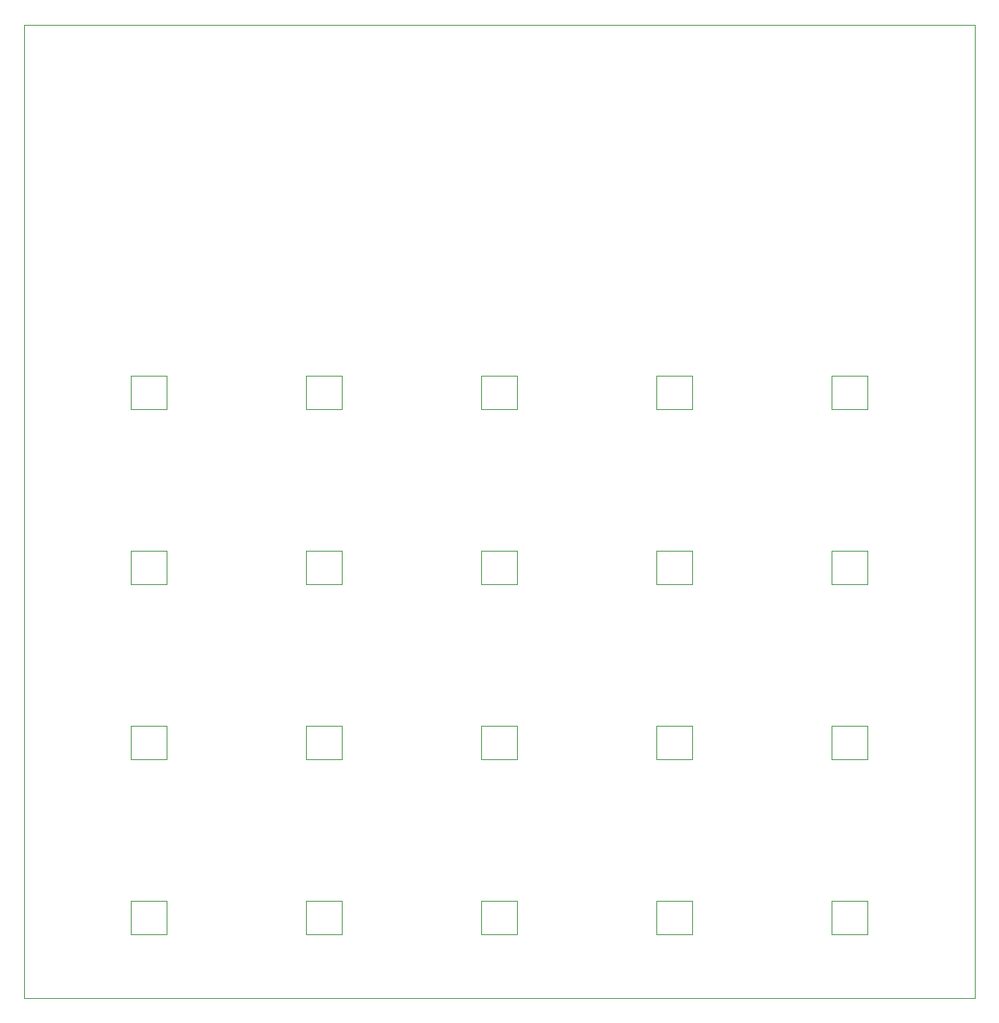
<source format=gbr>
%TF.GenerationSoftware,KiCad,Pcbnew,(6.0.4)*%
%TF.CreationDate,2022-05-20T19:43:05+02:00*%
%TF.ProjectId,MacroBoard-rounded,4d616372-6f42-46f6-9172-642d726f756e,rev?*%
%TF.SameCoordinates,Original*%
%TF.FileFunction,Profile,NP*%
%FSLAX46Y46*%
G04 Gerber Fmt 4.6, Leading zero omitted, Abs format (unit mm)*
G04 Created by KiCad (PCBNEW (6.0.4)) date 2022-05-20 19:43:05*
%MOMM*%
%LPD*%
G01*
G04 APERTURE LIST*
%TA.AperFunction,Profile*%
%ADD10C,0.100000*%
%TD*%
%TA.AperFunction,Profile*%
%ADD11C,0.120000*%
%TD*%
G04 APERTURE END LIST*
D10*
X67464500Y-136081100D02*
X170793700Y-136081100D01*
X170793700Y-136081100D02*
X170793700Y-30160600D01*
X170793700Y-30160600D02*
X67464500Y-30160600D01*
X67464500Y-30160600D02*
X67464500Y-136081100D01*
D11*
%TO.C,D21*%
X79012500Y-71997500D02*
X82912500Y-71997500D01*
X79012500Y-68297500D02*
X79012500Y-71997500D01*
X82912500Y-68297500D02*
X79012500Y-68297500D01*
X82912500Y-71997500D02*
X82912500Y-68297500D01*
%TO.C,D37*%
X155212500Y-71997500D02*
X159112500Y-71997500D01*
X159112500Y-71997500D02*
X159112500Y-68297500D01*
X155212500Y-68297500D02*
X155212500Y-71997500D01*
X159112500Y-68297500D02*
X155212500Y-68297500D01*
%TO.C,D32*%
X117112500Y-125447500D02*
X117112500Y-129147500D01*
X121012500Y-125447500D02*
X117112500Y-125447500D01*
X117112500Y-129147500D02*
X121012500Y-129147500D01*
X121012500Y-129147500D02*
X121012500Y-125447500D01*
%TO.C,D34*%
X136162500Y-91047500D02*
X140062500Y-91047500D01*
X140062500Y-91047500D02*
X140062500Y-87347500D01*
X136162500Y-87347500D02*
X136162500Y-91047500D01*
X140062500Y-87347500D02*
X136162500Y-87347500D01*
%TO.C,D23*%
X82912500Y-110097500D02*
X82912500Y-106397500D01*
X82912500Y-106397500D02*
X79012500Y-106397500D01*
X79012500Y-106397500D02*
X79012500Y-110097500D01*
X79012500Y-110097500D02*
X82912500Y-110097500D01*
%TO.C,D25*%
X98062500Y-71997500D02*
X101962500Y-71997500D01*
X101962500Y-68297500D02*
X98062500Y-68297500D01*
X98062500Y-68297500D02*
X98062500Y-71997500D01*
X101962500Y-71997500D02*
X101962500Y-68297500D01*
%TO.C,D26*%
X101962500Y-87347500D02*
X98062500Y-87347500D01*
X98062500Y-91047500D02*
X101962500Y-91047500D01*
X98062500Y-87347500D02*
X98062500Y-91047500D01*
X101962500Y-91047500D02*
X101962500Y-87347500D01*
%TO.C,D38*%
X155212500Y-91047500D02*
X159112500Y-91047500D01*
X159112500Y-87347500D02*
X155212500Y-87347500D01*
X155212500Y-87347500D02*
X155212500Y-91047500D01*
X159112500Y-91047500D02*
X159112500Y-87347500D01*
%TO.C,D24*%
X79012500Y-129147500D02*
X82912500Y-129147500D01*
X79012500Y-125447500D02*
X79012500Y-129147500D01*
X82912500Y-125447500D02*
X79012500Y-125447500D01*
X82912500Y-129147500D02*
X82912500Y-125447500D01*
%TO.C,D22*%
X79012500Y-87347500D02*
X79012500Y-91047500D01*
X82912500Y-91047500D02*
X82912500Y-87347500D01*
X79012500Y-91047500D02*
X82912500Y-91047500D01*
X82912500Y-87347500D02*
X79012500Y-87347500D01*
%TO.C,D36*%
X140062500Y-129147500D02*
X140062500Y-125447500D01*
X136162500Y-125447500D02*
X136162500Y-129147500D01*
X140062500Y-125447500D02*
X136162500Y-125447500D01*
X136162500Y-129147500D02*
X140062500Y-129147500D01*
%TO.C,D33*%
X136162500Y-71997500D02*
X140062500Y-71997500D01*
X140062500Y-68297500D02*
X136162500Y-68297500D01*
X136162500Y-68297500D02*
X136162500Y-71997500D01*
X140062500Y-71997500D02*
X140062500Y-68297500D01*
%TO.C,D39*%
X159112500Y-110097500D02*
X159112500Y-106397500D01*
X155212500Y-106397500D02*
X155212500Y-110097500D01*
X155212500Y-110097500D02*
X159112500Y-110097500D01*
X159112500Y-106397500D02*
X155212500Y-106397500D01*
%TO.C,D30*%
X121012500Y-87347500D02*
X117112500Y-87347500D01*
X117112500Y-87347500D02*
X117112500Y-91047500D01*
X121012500Y-91047500D02*
X121012500Y-87347500D01*
X117112500Y-91047500D02*
X121012500Y-91047500D01*
%TO.C,D27*%
X98062500Y-110097500D02*
X101962500Y-110097500D01*
X98062500Y-106397500D02*
X98062500Y-110097500D01*
X101962500Y-106397500D02*
X98062500Y-106397500D01*
X101962500Y-110097500D02*
X101962500Y-106397500D01*
%TO.C,D40*%
X159112500Y-125447500D02*
X155212500Y-125447500D01*
X159112500Y-129147500D02*
X159112500Y-125447500D01*
X155212500Y-129147500D02*
X159112500Y-129147500D01*
X155212500Y-125447500D02*
X155212500Y-129147500D01*
%TO.C,D29*%
X121012500Y-71997500D02*
X121012500Y-68297500D01*
X117112500Y-71997500D02*
X121012500Y-71997500D01*
X121012500Y-68297500D02*
X117112500Y-68297500D01*
X117112500Y-68297500D02*
X117112500Y-71997500D01*
%TO.C,D35*%
X140062500Y-110097500D02*
X140062500Y-106397500D01*
X136162500Y-106397500D02*
X136162500Y-110097500D01*
X136162500Y-110097500D02*
X140062500Y-110097500D01*
X140062500Y-106397500D02*
X136162500Y-106397500D01*
%TO.C,D28*%
X98062500Y-129147500D02*
X101962500Y-129147500D01*
X98062500Y-125447500D02*
X98062500Y-129147500D01*
X101962500Y-125447500D02*
X98062500Y-125447500D01*
X101962500Y-129147500D02*
X101962500Y-125447500D01*
%TO.C,D31*%
X117112500Y-106397500D02*
X117112500Y-110097500D01*
X121012500Y-110097500D02*
X121012500Y-106397500D01*
X117112500Y-110097500D02*
X121012500Y-110097500D01*
X121012500Y-106397500D02*
X117112500Y-106397500D01*
%TD*%
M02*

</source>
